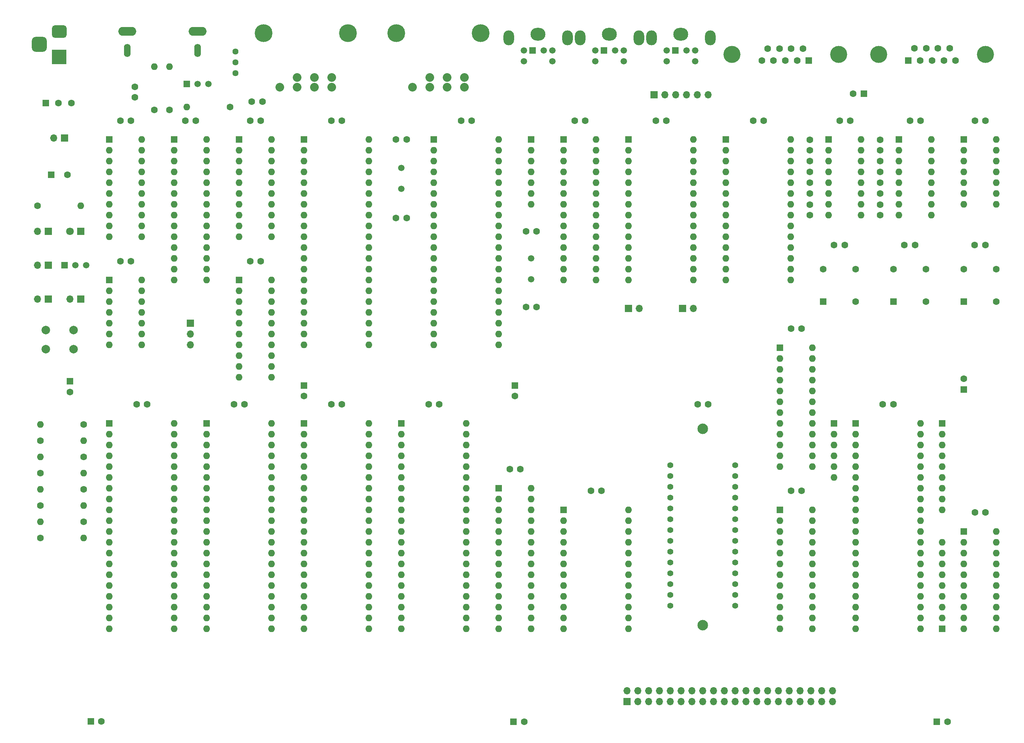
<source format=gbr>
%TF.GenerationSoftware,KiCad,Pcbnew,(5.1.12)-1*%
%TF.CreationDate,2023-08-15T20:50:01-04:00*%
%TF.ProjectId,Revision 4,52657669-7369-46f6-9e20-342e6b696361,3*%
%TF.SameCoordinates,Original*%
%TF.FileFunction,Soldermask,Bot*%
%TF.FilePolarity,Negative*%
%FSLAX46Y46*%
G04 Gerber Fmt 4.6, Leading zero omitted, Abs format (unit mm)*
G04 Created by KiCad (PCBNEW (5.1.12)-1) date 2023-08-15 20:50:01*
%MOMM*%
%LPD*%
G01*
G04 APERTURE LIST*
%ADD10R,1.600000X1.600000*%
%ADD11O,1.600000X1.600000*%
%ADD12C,1.600000*%
%ADD13O,1.550000X3.100000*%
%ADD14O,4.200000X2.100000*%
%ADD15C,1.403000*%
%ADD16C,2.475000*%
%ADD17R,1.700000X1.700000*%
%ADD18O,1.700000X1.700000*%
%ADD19O,2.500000X3.500000*%
%ADD20O,3.500000X3.000000*%
%ADD21C,1.509000*%
%ADD22R,1.509000X1.509000*%
%ADD23C,4.000000*%
%ADD24C,1.500000*%
%ADD25R,1.500000X1.500000*%
%ADD26C,2.000000*%
%ADD27C,2.032000*%
%ADD28C,4.191000*%
%ADD29C,1.440000*%
%ADD30R,1.800000X1.800000*%
%ADD31C,1.800000*%
%ADD32R,3.500000X3.500000*%
G04 APERTURE END LIST*
D10*
%TO.C,U6*%
X200342000Y-136525000D03*
D11*
X207962000Y-164465000D03*
X200342000Y-139065000D03*
X207962000Y-161925000D03*
X200342000Y-141605000D03*
X207962000Y-159385000D03*
X200342000Y-144145000D03*
X207962000Y-156845000D03*
X200342000Y-146685000D03*
X207962000Y-154305000D03*
X200342000Y-149225000D03*
X207962000Y-151765000D03*
X200342000Y-151765000D03*
X207962000Y-149225000D03*
X200342000Y-154305000D03*
X207962000Y-146685000D03*
X200342000Y-156845000D03*
X207962000Y-144145000D03*
X200342000Y-159385000D03*
X207962000Y-141605000D03*
X200342000Y-161925000D03*
X207962000Y-139065000D03*
X200342000Y-164465000D03*
X207962000Y-136525000D03*
%TD*%
D12*
%TO.C,C7*%
X205422000Y-93980000D03*
X202922000Y-93980000D03*
%TD*%
D10*
%TO.C,U14*%
X164782000Y-49530000D03*
D11*
X180022000Y-82550000D03*
X164782000Y-52070000D03*
X180022000Y-80010000D03*
X164782000Y-54610000D03*
X180022000Y-77470000D03*
X164782000Y-57150000D03*
X180022000Y-74930000D03*
X164782000Y-59690000D03*
X180022000Y-72390000D03*
X164782000Y-62230000D03*
X180022000Y-69850000D03*
X164782000Y-64770000D03*
X180022000Y-67310000D03*
X164782000Y-67310000D03*
X180022000Y-64770000D03*
X164782000Y-69850000D03*
X180022000Y-62230000D03*
X164782000Y-72390000D03*
X180022000Y-59690000D03*
X164782000Y-74930000D03*
X180022000Y-57150000D03*
X164782000Y-77470000D03*
X180022000Y-54610000D03*
X164782000Y-80010000D03*
X180022000Y-52070000D03*
X164782000Y-82550000D03*
X180022000Y-49530000D03*
%TD*%
D12*
%TO.C,C19*%
X248562000Y-74295000D03*
X246062000Y-74295000D03*
%TD*%
D10*
%TO.C,X2*%
X243522000Y-87630000D03*
D12*
X243522000Y-80010000D03*
X251142000Y-80010000D03*
X251142000Y-87630000D03*
%TD*%
%TO.C,C18*%
X229552000Y-74295000D03*
X232052000Y-74295000D03*
%TD*%
D10*
%TO.C,X1*%
X227012000Y-87630000D03*
D12*
X227012000Y-80010000D03*
X234632000Y-80010000D03*
X234632000Y-87630000D03*
%TD*%
D10*
%TO.C,U7*%
X200342000Y-98425000D03*
D11*
X207962000Y-126365000D03*
X200342000Y-100965000D03*
X207962000Y-123825000D03*
X200342000Y-103505000D03*
X207962000Y-121285000D03*
X200342000Y-106045000D03*
X207962000Y-118745000D03*
X200342000Y-108585000D03*
X207962000Y-116205000D03*
X200342000Y-111125000D03*
X207962000Y-113665000D03*
X200342000Y-113665000D03*
X207962000Y-111125000D03*
X200342000Y-116205000D03*
X207962000Y-108585000D03*
X200342000Y-118745000D03*
X207962000Y-106045000D03*
X200342000Y-121285000D03*
X207962000Y-103505000D03*
X200342000Y-123825000D03*
X207962000Y-100965000D03*
X200342000Y-126365000D03*
X207962000Y-98425000D03*
%TD*%
D12*
%TO.C,C37*%
X112672000Y-67945000D03*
X110172000Y-67945000D03*
%TD*%
D13*
%TO.C,J19*%
X63627000Y-28591400D03*
D14*
X63627000Y-24091400D03*
%TD*%
D12*
%TO.C,C26*%
X223838000Y-59690000D03*
X223838000Y-62190000D03*
%TD*%
D10*
%TO.C,U1*%
X218122000Y-116205000D03*
D11*
X233362000Y-164465000D03*
X218122000Y-118745000D03*
X233362000Y-161925000D03*
X218122000Y-121285000D03*
X233362000Y-159385000D03*
X218122000Y-123825000D03*
X233362000Y-156845000D03*
X218122000Y-126365000D03*
X233362000Y-154305000D03*
X218122000Y-128905000D03*
X233362000Y-151765000D03*
X218122000Y-131445000D03*
X233362000Y-149225000D03*
X218122000Y-133985000D03*
X233362000Y-146685000D03*
X218122000Y-136525000D03*
X233362000Y-144145000D03*
X218122000Y-139065000D03*
X233362000Y-141605000D03*
X218122000Y-141605000D03*
X233362000Y-139065000D03*
X218122000Y-144145000D03*
X233362000Y-136525000D03*
X218122000Y-146685000D03*
X233362000Y-133985000D03*
X218122000Y-149225000D03*
X233362000Y-131445000D03*
X218122000Y-151765000D03*
X233362000Y-128905000D03*
X218122000Y-154305000D03*
X233362000Y-126365000D03*
X218122000Y-156845000D03*
X233362000Y-123825000D03*
X218122000Y-159385000D03*
X233362000Y-121285000D03*
X218122000Y-161925000D03*
X233362000Y-118745000D03*
X218122000Y-164465000D03*
X233362000Y-116205000D03*
%TD*%
%TO.C,U9*%
X134302000Y-49530000D03*
X119062000Y-97790000D03*
X134302000Y-52070000D03*
X119062000Y-95250000D03*
X134302000Y-54610000D03*
X119062000Y-92710000D03*
X134302000Y-57150000D03*
X119062000Y-90170000D03*
X134302000Y-59690000D03*
X119062000Y-87630000D03*
X134302000Y-62230000D03*
X119062000Y-85090000D03*
X134302000Y-64770000D03*
X119062000Y-82550000D03*
X134302000Y-67310000D03*
X119062000Y-80010000D03*
X134302000Y-69850000D03*
X119062000Y-77470000D03*
X134302000Y-72390000D03*
X119062000Y-74930000D03*
X134302000Y-74930000D03*
X119062000Y-72390000D03*
X134302000Y-77470000D03*
X119062000Y-69850000D03*
X134302000Y-80010000D03*
X119062000Y-67310000D03*
X134302000Y-82550000D03*
X119062000Y-64770000D03*
X134302000Y-85090000D03*
X119062000Y-62230000D03*
X134302000Y-87630000D03*
X119062000Y-59690000D03*
X134302000Y-90170000D03*
X119062000Y-57150000D03*
X134302000Y-92710000D03*
X119062000Y-54610000D03*
X134302000Y-95250000D03*
X119062000Y-52070000D03*
X134302000Y-97790000D03*
D10*
X119062000Y-49530000D03*
%TD*%
D15*
%TO.C,U4*%
X174625000Y-126048000D03*
X174625000Y-128588000D03*
X174625000Y-131128000D03*
X174625000Y-133668000D03*
X174625000Y-136208000D03*
X174625000Y-138748000D03*
X174625000Y-141288000D03*
X174625000Y-143828000D03*
X174625000Y-146368000D03*
X174625000Y-148908000D03*
X174625000Y-151448000D03*
X174625000Y-153988000D03*
X174625000Y-156528000D03*
X174625000Y-159068000D03*
X189865000Y-159068000D03*
X189865000Y-156528000D03*
X189865000Y-153988000D03*
X189865000Y-151448000D03*
X189865000Y-148908000D03*
X189865000Y-146368000D03*
X189865000Y-143828000D03*
X189865000Y-141288000D03*
X189865000Y-138748000D03*
X189865000Y-136208000D03*
X189865000Y-133668000D03*
X189865000Y-131128000D03*
X189865000Y-128588000D03*
X189865000Y-126048000D03*
D16*
X182245000Y-117538000D03*
X182245000Y-163638000D03*
%TD*%
D17*
%TO.C,J6*%
X164465000Y-181610000D03*
D18*
X164465000Y-179070000D03*
X167005000Y-181610000D03*
X167005000Y-179070000D03*
X169545000Y-181610000D03*
X169545000Y-179070000D03*
X172085000Y-181610000D03*
X172085000Y-179070000D03*
X174625000Y-181610000D03*
X174625000Y-179070000D03*
X177165000Y-181610000D03*
X177165000Y-179070000D03*
X179705000Y-181610000D03*
X179705000Y-179070000D03*
X182245000Y-181610000D03*
X182245000Y-179070000D03*
X184785000Y-181610000D03*
X184785000Y-179070000D03*
X187325000Y-181610000D03*
X187325000Y-179070000D03*
X189865000Y-181610000D03*
X189865000Y-179070000D03*
X192405000Y-181610000D03*
X192405000Y-179070000D03*
X194945000Y-181610000D03*
X194945000Y-179070000D03*
X197485000Y-181610000D03*
X197485000Y-179070000D03*
X200025000Y-181610000D03*
X200025000Y-179070000D03*
X202565000Y-181610000D03*
X202565000Y-179070000D03*
X205105000Y-181610000D03*
X205105000Y-179070000D03*
X207645000Y-181610000D03*
X207645000Y-179070000D03*
X210185000Y-181610000D03*
X210185000Y-179070000D03*
X212725000Y-181610000D03*
X212725000Y-179070000D03*
%TD*%
D19*
%TO.C,J2*%
X136652000Y-25641300D03*
X150418800Y-25641300D03*
D20*
X143540000Y-24828500D03*
D21*
X146890000Y-31128500D03*
X140190000Y-31128500D03*
X146890000Y-28638500D03*
X140190000Y-28638500D03*
X144840000Y-28638500D03*
D22*
X142240000Y-28638500D03*
%TD*%
D12*
%TO.C,C17*%
X248602000Y-45085000D03*
X246102000Y-45085000D03*
%TD*%
%TO.C,C1*%
X224472000Y-111760000D03*
X226972000Y-111760000D03*
%TD*%
%TO.C,C6*%
X202922000Y-132080000D03*
X205422000Y-132080000D03*
%TD*%
D10*
%TO.C,C12*%
X33655000Y-106362000D03*
D12*
X33655000Y-108862000D03*
%TD*%
D10*
%TO.C,C13*%
X88582500Y-107315000D03*
D12*
X88582500Y-109815000D03*
%TD*%
%TO.C,C14*%
X243522000Y-105768000D03*
D10*
X243522000Y-108268000D03*
%TD*%
D12*
%TO.C,C15*%
X138112000Y-109815000D03*
D10*
X138112000Y-107315000D03*
%TD*%
%TO.C,J12*%
X230505000Y-30962600D03*
D12*
X233275000Y-30962600D03*
X236045000Y-30962600D03*
X238815000Y-30962600D03*
X241585000Y-30962600D03*
X231890000Y-28122600D03*
X234660000Y-28122600D03*
X237430000Y-28122600D03*
X240200000Y-28122600D03*
D23*
X248545000Y-29542600D03*
X223545000Y-29542600D03*
%TD*%
D12*
%TO.C,R1*%
X26035000Y-65087500D03*
D11*
X36195000Y-65087500D03*
%TD*%
D10*
%TO.C,RN2*%
X213042000Y-116205000D03*
D11*
X213042000Y-118745000D03*
X213042000Y-121285000D03*
X213042000Y-123825000D03*
X213042000Y-126365000D03*
X213042000Y-128905000D03*
%TD*%
D10*
%TO.C,RN3*%
X238442000Y-164465000D03*
D11*
X238442000Y-161925000D03*
X238442000Y-159385000D03*
X238442000Y-156845000D03*
X238442000Y-154305000D03*
X238442000Y-151765000D03*
X238442000Y-149225000D03*
X238442000Y-146685000D03*
X238442000Y-144145000D03*
%TD*%
D24*
%TO.C,RS1*%
X34925000Y-79057500D03*
X37465000Y-79057500D03*
D25*
X32385000Y-79057500D03*
%TD*%
D26*
%TO.C,SW2*%
X27940000Y-98797500D03*
X27940000Y-94297500D03*
X34440000Y-98797500D03*
X34440000Y-94297500D03*
%TD*%
D10*
%TO.C,U3*%
X134302000Y-131445000D03*
D11*
X141922000Y-164465000D03*
X134302000Y-133985000D03*
X141922000Y-161925000D03*
X134302000Y-136525000D03*
X141922000Y-159385000D03*
X134302000Y-139065000D03*
X141922000Y-156845000D03*
X134302000Y-141605000D03*
X141922000Y-154305000D03*
X134302000Y-144145000D03*
X141922000Y-151765000D03*
X134302000Y-146685000D03*
X141922000Y-149225000D03*
X134302000Y-149225000D03*
X141922000Y-146685000D03*
X134302000Y-151765000D03*
X141922000Y-144145000D03*
X134302000Y-154305000D03*
X141922000Y-141605000D03*
X134302000Y-156845000D03*
X141922000Y-139065000D03*
X134302000Y-159385000D03*
X141922000Y-136525000D03*
X134302000Y-161925000D03*
X141922000Y-133985000D03*
X134302000Y-164465000D03*
X141922000Y-131445000D03*
%TD*%
%TO.C,U5*%
X251142000Y-141605000D03*
X243522000Y-164465000D03*
X251142000Y-144145000D03*
X243522000Y-161925000D03*
X251142000Y-146685000D03*
X243522000Y-159385000D03*
X251142000Y-149225000D03*
X243522000Y-156845000D03*
X251142000Y-151765000D03*
X243522000Y-154305000D03*
X251142000Y-154305000D03*
X243522000Y-151765000D03*
X251142000Y-156845000D03*
X243522000Y-149225000D03*
X251142000Y-159385000D03*
X243522000Y-146685000D03*
X251142000Y-161925000D03*
X243522000Y-144145000D03*
X251142000Y-164465000D03*
D10*
X243522000Y-141605000D03*
%TD*%
D11*
%TO.C,U8*%
X157162000Y-49530000D03*
X149542000Y-82550000D03*
X157162000Y-52070000D03*
X149542000Y-80010000D03*
X157162000Y-54610000D03*
X149542000Y-77470000D03*
X157162000Y-57150000D03*
X149542000Y-74930000D03*
X157162000Y-59690000D03*
X149542000Y-72390000D03*
X157162000Y-62230000D03*
X149542000Y-69850000D03*
X157162000Y-64770000D03*
X149542000Y-67310000D03*
X157162000Y-67310000D03*
X149542000Y-64770000D03*
X157162000Y-69850000D03*
X149542000Y-62230000D03*
X157162000Y-72390000D03*
X149542000Y-59690000D03*
X157162000Y-74930000D03*
X149542000Y-57150000D03*
X157162000Y-77470000D03*
X149542000Y-54610000D03*
X157162000Y-80010000D03*
X149542000Y-52070000D03*
X157162000Y-82550000D03*
D10*
X149542000Y-49530000D03*
%TD*%
D27*
%TO.C,J3*%
X126260500Y-34943600D03*
X122200500Y-34943600D03*
X118140500Y-34943600D03*
X126260500Y-37253600D03*
X122200500Y-37253600D03*
X118140500Y-37253600D03*
X114080500Y-37253600D03*
D28*
X130070500Y-24533600D03*
X110270500Y-24533600D03*
%TD*%
D10*
%TO.C,U11*%
X243522000Y-49530000D03*
D11*
X251142000Y-64770000D03*
X243522000Y-52070000D03*
X251142000Y-62230000D03*
X243522000Y-54610000D03*
X251142000Y-59690000D03*
X243522000Y-57150000D03*
X251142000Y-57150000D03*
X243522000Y-59690000D03*
X251142000Y-54610000D03*
X243522000Y-62230000D03*
X251142000Y-52070000D03*
X243522000Y-64770000D03*
X251142000Y-49530000D03*
%TD*%
D12*
%TO.C,C2*%
X136882000Y-127000000D03*
X139382000Y-127000000D03*
%TD*%
%TO.C,C3*%
X158432000Y-132080000D03*
X155932000Y-132080000D03*
%TD*%
%TO.C,C4*%
X183515000Y-111760000D03*
X181015000Y-111760000D03*
%TD*%
D10*
%TO.C,U2*%
X149542000Y-136525000D03*
D11*
X164782000Y-164465000D03*
X149542000Y-139065000D03*
X164782000Y-161925000D03*
X149542000Y-141605000D03*
X164782000Y-159385000D03*
X149542000Y-144145000D03*
X164782000Y-156845000D03*
X149542000Y-146685000D03*
X164782000Y-154305000D03*
X149542000Y-149225000D03*
X164782000Y-151765000D03*
X149542000Y-151765000D03*
X164782000Y-149225000D03*
X149542000Y-154305000D03*
X164782000Y-146685000D03*
X149542000Y-156845000D03*
X164782000Y-144145000D03*
X149542000Y-159385000D03*
X164782000Y-141605000D03*
X149542000Y-161925000D03*
X164782000Y-139065000D03*
X149542000Y-164465000D03*
X164782000Y-136525000D03*
%TD*%
D10*
%TO.C,C16*%
X29210000Y-57785000D03*
D12*
X33010000Y-57785000D03*
%TD*%
%TO.C,C20*%
X217528000Y-38735000D03*
D10*
X220028000Y-38735000D03*
%TD*%
%TO.C,C21*%
X38506400Y-186207000D03*
D12*
X41006400Y-186207000D03*
%TD*%
%TO.C,C22*%
X140295000Y-186372000D03*
D10*
X137795000Y-186372000D03*
%TD*%
D12*
%TO.C,C39*%
X47942500Y-45085000D03*
X45442500Y-45085000D03*
%TD*%
%TO.C,C42*%
X97472500Y-45085000D03*
X94972500Y-45085000D03*
%TD*%
%TO.C,C44*%
X75922500Y-78105000D03*
X78422500Y-78105000D03*
%TD*%
D17*
%TO.C,J18*%
X61912500Y-92710000D03*
D18*
X61912500Y-95250000D03*
X61912500Y-97790000D03*
%TD*%
D10*
%TO.C,U16*%
X88582500Y-49530000D03*
D11*
X103822500Y-97790000D03*
X88582500Y-52070000D03*
X103822500Y-95250000D03*
X88582500Y-54610000D03*
X103822500Y-92710000D03*
X88582500Y-57150000D03*
X103822500Y-90170000D03*
X88582500Y-59690000D03*
X103822500Y-87630000D03*
X88582500Y-62230000D03*
X103822500Y-85090000D03*
X88582500Y-64770000D03*
X103822500Y-82550000D03*
X88582500Y-67310000D03*
X103822500Y-80010000D03*
X88582500Y-69850000D03*
X103822500Y-77470000D03*
X88582500Y-72390000D03*
X103822500Y-74930000D03*
X88582500Y-74930000D03*
X103822500Y-72390000D03*
X88582500Y-77470000D03*
X103822500Y-69850000D03*
X88582500Y-80010000D03*
X103822500Y-67310000D03*
X88582500Y-82550000D03*
X103822500Y-64770000D03*
X88582500Y-85090000D03*
X103822500Y-62230000D03*
X88582500Y-87630000D03*
X103822500Y-59690000D03*
X88582500Y-90170000D03*
X103822500Y-57150000D03*
X88582500Y-92710000D03*
X103822500Y-54610000D03*
X88582500Y-95250000D03*
X103822500Y-52070000D03*
X88582500Y-97790000D03*
X103822500Y-49530000D03*
%TD*%
D24*
%TO.C,Y2*%
X111442000Y-56197500D03*
X111442000Y-61097500D03*
%TD*%
D12*
%TO.C,C40*%
X60682500Y-45085000D03*
X63182500Y-45085000D03*
%TD*%
%TO.C,C41*%
X78422500Y-45085000D03*
X75922500Y-45085000D03*
%TD*%
%TO.C,C46*%
X48895000Y-37147500D03*
X48895000Y-39647500D03*
%TD*%
%TO.C,C47*%
X51752500Y-111760000D03*
X49252500Y-111760000D03*
%TD*%
D17*
%TO.C,J7*%
X32385000Y-49212500D03*
D18*
X29845000Y-49212500D03*
%TD*%
%TO.C,J8*%
X26035000Y-71120000D03*
D17*
X28575000Y-71120000D03*
%TD*%
D14*
%TO.C,J20*%
X47117000Y-24091400D03*
D13*
X47117000Y-28591400D03*
%TD*%
D10*
%TO.C,RN4*%
X141922000Y-49530000D03*
D11*
X141922000Y-52070000D03*
X141922000Y-54610000D03*
X141922000Y-57150000D03*
X141922000Y-59690000D03*
X141922000Y-62230000D03*
X141922000Y-64770000D03*
%TD*%
%TO.C,U22*%
X80962500Y-116205000D03*
X65722500Y-164465000D03*
X80962500Y-118745000D03*
X65722500Y-161925000D03*
X80962500Y-121285000D03*
X65722500Y-159385000D03*
X80962500Y-123825000D03*
X65722500Y-156845000D03*
X80962500Y-126365000D03*
X65722500Y-154305000D03*
X80962500Y-128905000D03*
X65722500Y-151765000D03*
X80962500Y-131445000D03*
X65722500Y-149225000D03*
X80962500Y-133985000D03*
X65722500Y-146685000D03*
X80962500Y-136525000D03*
X65722500Y-144145000D03*
X80962500Y-139065000D03*
X65722500Y-141605000D03*
X80962500Y-141605000D03*
X65722500Y-139065000D03*
X80962500Y-144145000D03*
X65722500Y-136525000D03*
X80962500Y-146685000D03*
X65722500Y-133985000D03*
X80962500Y-149225000D03*
X65722500Y-131445000D03*
X80962500Y-151765000D03*
X65722500Y-128905000D03*
X80962500Y-154305000D03*
X65722500Y-126365000D03*
X80962500Y-156845000D03*
X65722500Y-123825000D03*
X80962500Y-159385000D03*
X65722500Y-121285000D03*
X80962500Y-161925000D03*
X65722500Y-118745000D03*
X80962500Y-164465000D03*
D10*
X65722500Y-116205000D03*
%TD*%
D12*
%TO.C,C38*%
X110172000Y-49530000D03*
X112672000Y-49530000D03*
%TD*%
%TO.C,C43*%
X47942500Y-78105000D03*
X45442500Y-78105000D03*
%TD*%
%TO.C,C45*%
X76327000Y-40640000D03*
X78827000Y-40640000D03*
%TD*%
%TO.C,FB1*%
X71247000Y-41910000D03*
D11*
X61087000Y-41910000D03*
%TD*%
D24*
%TO.C,Q1*%
X63627000Y-36512500D03*
X66167000Y-36512500D03*
D25*
X61087000Y-36512500D03*
%TD*%
D12*
%TO.C,R2*%
X56959500Y-42545000D03*
D11*
X56959500Y-32385000D03*
%TD*%
%TO.C,R3*%
X53467000Y-32385000D03*
D12*
X53467000Y-42545000D03*
%TD*%
D11*
%TO.C,U17*%
X50482500Y-49530000D03*
X42862500Y-72390000D03*
X50482500Y-52070000D03*
X42862500Y-69850000D03*
X50482500Y-54610000D03*
X42862500Y-67310000D03*
X50482500Y-57150000D03*
X42862500Y-64770000D03*
X50482500Y-59690000D03*
X42862500Y-62230000D03*
X50482500Y-62230000D03*
X42862500Y-59690000D03*
X50482500Y-64770000D03*
X42862500Y-57150000D03*
X50482500Y-67310000D03*
X42862500Y-54610000D03*
X50482500Y-69850000D03*
X42862500Y-52070000D03*
X50482500Y-72390000D03*
D10*
X42862500Y-49530000D03*
%TD*%
%TO.C,U18*%
X58102500Y-49530000D03*
D11*
X65722500Y-82550000D03*
X58102500Y-52070000D03*
X65722500Y-80010000D03*
X58102500Y-54610000D03*
X65722500Y-77470000D03*
X58102500Y-57150000D03*
X65722500Y-74930000D03*
X58102500Y-59690000D03*
X65722500Y-72390000D03*
X58102500Y-62230000D03*
X65722500Y-69850000D03*
X58102500Y-64770000D03*
X65722500Y-67310000D03*
X58102500Y-67310000D03*
X65722500Y-64770000D03*
X58102500Y-69850000D03*
X65722500Y-62230000D03*
X58102500Y-72390000D03*
X65722500Y-59690000D03*
X58102500Y-74930000D03*
X65722500Y-57150000D03*
X58102500Y-77470000D03*
X65722500Y-54610000D03*
X58102500Y-80010000D03*
X65722500Y-52070000D03*
X58102500Y-82550000D03*
X65722500Y-49530000D03*
%TD*%
D10*
%TO.C,U19*%
X73342500Y-82550000D03*
D11*
X80962500Y-105410000D03*
X73342500Y-85090000D03*
X80962500Y-102870000D03*
X73342500Y-87630000D03*
X80962500Y-100330000D03*
X73342500Y-90170000D03*
X80962500Y-97790000D03*
X73342500Y-92710000D03*
X80962500Y-95250000D03*
X73342500Y-95250000D03*
X80962500Y-92710000D03*
X73342500Y-97790000D03*
X80962500Y-90170000D03*
X73342500Y-100330000D03*
X80962500Y-87630000D03*
X73342500Y-102870000D03*
X80962500Y-85090000D03*
X73342500Y-105410000D03*
X80962500Y-82550000D03*
%TD*%
D10*
%TO.C,U20*%
X73342500Y-49530000D03*
D11*
X80962500Y-72390000D03*
X73342500Y-52070000D03*
X80962500Y-69850000D03*
X73342500Y-54610000D03*
X80962500Y-67310000D03*
X73342500Y-57150000D03*
X80962500Y-64770000D03*
X73342500Y-59690000D03*
X80962500Y-62230000D03*
X73342500Y-62230000D03*
X80962500Y-59690000D03*
X73342500Y-64770000D03*
X80962500Y-57150000D03*
X73342500Y-67310000D03*
X80962500Y-54610000D03*
X73342500Y-69850000D03*
X80962500Y-52070000D03*
X73342500Y-72390000D03*
X80962500Y-49530000D03*
%TD*%
%TO.C,R4*%
X26670000Y-116522000D03*
D12*
X36830000Y-116522000D03*
%TD*%
%TO.C,R7*%
X26670000Y-120332000D03*
D11*
X36830000Y-120332000D03*
%TD*%
D10*
%TO.C,U21*%
X42862500Y-116205000D03*
D11*
X58102500Y-164465000D03*
X42862500Y-118745000D03*
X58102500Y-161925000D03*
X42862500Y-121285000D03*
X58102500Y-159385000D03*
X42862500Y-123825000D03*
X58102500Y-156845000D03*
X42862500Y-126365000D03*
X58102500Y-154305000D03*
X42862500Y-128905000D03*
X58102500Y-151765000D03*
X42862500Y-131445000D03*
X58102500Y-149225000D03*
X42862500Y-133985000D03*
X58102500Y-146685000D03*
X42862500Y-136525000D03*
X58102500Y-144145000D03*
X42862500Y-139065000D03*
X58102500Y-141605000D03*
X42862500Y-141605000D03*
X58102500Y-139065000D03*
X42862500Y-144145000D03*
X58102500Y-136525000D03*
X42862500Y-146685000D03*
X58102500Y-133985000D03*
X42862500Y-149225000D03*
X58102500Y-131445000D03*
X42862500Y-151765000D03*
X58102500Y-128905000D03*
X42862500Y-154305000D03*
X58102500Y-126365000D03*
X42862500Y-156845000D03*
X58102500Y-123825000D03*
X42862500Y-159385000D03*
X58102500Y-121285000D03*
X42862500Y-161925000D03*
X58102500Y-118745000D03*
X42862500Y-164465000D03*
X58102500Y-116205000D03*
%TD*%
D29*
%TO.C,RV1*%
X72517000Y-28892500D03*
X72517000Y-31432500D03*
X72517000Y-33972500D03*
%TD*%
D12*
%TO.C,C48*%
X74612500Y-111760000D03*
X72112500Y-111760000D03*
%TD*%
D17*
%TO.C,J9*%
X28575000Y-79057500D03*
D18*
X26035000Y-79057500D03*
%TD*%
D12*
%TO.C,C5*%
X248602000Y-137160000D03*
X246102000Y-137160000D03*
%TD*%
D10*
%TO.C,C23*%
X237172000Y-186372000D03*
D12*
X239672000Y-186372000D03*
%TD*%
D30*
%TO.C,D1*%
X36195000Y-71120000D03*
D31*
X33655000Y-71120000D03*
%TD*%
D32*
%TO.C,J11*%
X31115000Y-30162500D03*
G36*
G01*
X30115000Y-22662500D02*
X32115000Y-22662500D01*
G75*
G02*
X32865000Y-23412500I0J-750000D01*
G01*
X32865000Y-24912500D01*
G75*
G02*
X32115000Y-25662500I-750000J0D01*
G01*
X30115000Y-25662500D01*
G75*
G02*
X29365000Y-24912500I0J750000D01*
G01*
X29365000Y-23412500D01*
G75*
G02*
X30115000Y-22662500I750000J0D01*
G01*
G37*
G36*
G01*
X25540000Y-25412500D02*
X27290000Y-25412500D01*
G75*
G02*
X28165000Y-26287500I0J-875000D01*
G01*
X28165000Y-28037500D01*
G75*
G02*
X27290000Y-28912500I-875000J0D01*
G01*
X25540000Y-28912500D01*
G75*
G02*
X24665000Y-28037500I0J875000D01*
G01*
X24665000Y-26287500D01*
G75*
G02*
X25540000Y-25412500I875000J0D01*
G01*
G37*
%TD*%
D12*
%TO.C,C8*%
X143192000Y-71120000D03*
X140692000Y-71120000D03*
%TD*%
%TO.C,C9*%
X140692000Y-88900000D03*
X143192000Y-88900000D03*
%TD*%
%TO.C,C11*%
X154622000Y-45085000D03*
X152122000Y-45085000D03*
%TD*%
D22*
%TO.C,J1*%
X159004000Y-28638500D03*
D21*
X161604000Y-28638500D03*
X156954000Y-28638500D03*
X163654000Y-28638500D03*
X156954000Y-31128500D03*
X163654000Y-31128500D03*
D20*
X160304000Y-24828500D03*
D19*
X167182800Y-25641300D03*
X153416000Y-25641300D03*
%TD*%
D28*
%TO.C,J4*%
X79092000Y-24508200D03*
X98892000Y-24508200D03*
D27*
X82902000Y-37228200D03*
X86962000Y-37228200D03*
X91022000Y-37228200D03*
X95082000Y-37228200D03*
X86962000Y-34918200D03*
X91022000Y-34918200D03*
X95082000Y-34918200D03*
%TD*%
D24*
%TO.C,Y1*%
X141922000Y-77470000D03*
X141922000Y-82370000D03*
%TD*%
D12*
%TO.C,C10*%
X127952000Y-45085000D03*
X125452000Y-45085000D03*
%TD*%
%TO.C,C24*%
X223838000Y-49570000D03*
X223838000Y-52070000D03*
%TD*%
%TO.C,C25*%
X223838000Y-57110000D03*
X223838000Y-54610000D03*
%TD*%
%TO.C,C28*%
X207328000Y-49570000D03*
X207328000Y-52070000D03*
%TD*%
%TO.C,C29*%
X207328000Y-54610000D03*
X207328000Y-57110000D03*
%TD*%
%TO.C,C30*%
X207328000Y-59690000D03*
X207328000Y-62190000D03*
%TD*%
%TO.C,C31*%
X207328000Y-67310000D03*
X207328000Y-64810000D03*
%TD*%
%TO.C,C32*%
X171172000Y-45085000D03*
X173672000Y-45085000D03*
%TD*%
%TO.C,C33*%
X196532000Y-45085000D03*
X194032000Y-45085000D03*
%TD*%
%TO.C,C34*%
X216852000Y-45085000D03*
X214352000Y-45085000D03*
%TD*%
%TO.C,C35*%
X230862000Y-45085000D03*
X233362000Y-45085000D03*
%TD*%
%TO.C,C36*%
X213042000Y-74295000D03*
X215542000Y-74295000D03*
%TD*%
%TO.C,C49*%
X97472500Y-111760000D03*
X94972500Y-111760000D03*
%TD*%
%TO.C,C50*%
X117832000Y-111760000D03*
X120332000Y-111760000D03*
%TD*%
D18*
%TO.C,J5*%
X33655000Y-86995000D03*
D17*
X36195000Y-86995000D03*
%TD*%
%TO.C,J10*%
X28575000Y-86995000D03*
D18*
X26035000Y-86995000D03*
%TD*%
D12*
%TO.C,R5*%
X36830000Y-124142000D03*
D11*
X26670000Y-124142000D03*
%TD*%
%TO.C,R6*%
X26670000Y-131762000D03*
D12*
X36830000Y-131762000D03*
%TD*%
D11*
%TO.C,R8*%
X36830000Y-127952000D03*
D12*
X26670000Y-127952000D03*
%TD*%
%TO.C,R9*%
X26670000Y-135572000D03*
D11*
X36830000Y-135572000D03*
%TD*%
%TO.C,R10*%
X26670000Y-139382000D03*
D12*
X36830000Y-139382000D03*
%TD*%
%TO.C,R11*%
X26670000Y-143192000D03*
D11*
X36830000Y-143192000D03*
%TD*%
D10*
%TO.C,U10*%
X42862500Y-82550000D03*
D11*
X50482500Y-97790000D03*
X42862500Y-85090000D03*
X50482500Y-95250000D03*
X42862500Y-87630000D03*
X50482500Y-92710000D03*
X42862500Y-90170000D03*
X50482500Y-90170000D03*
X42862500Y-92710000D03*
X50482500Y-87630000D03*
X42862500Y-95250000D03*
X50482500Y-85090000D03*
X42862500Y-97790000D03*
X50482500Y-82550000D03*
%TD*%
%TO.C,U12*%
X202882000Y-49530000D03*
X187642000Y-82550000D03*
X202882000Y-52070000D03*
X187642000Y-80010000D03*
X202882000Y-54610000D03*
X187642000Y-77470000D03*
X202882000Y-57150000D03*
X187642000Y-74930000D03*
X202882000Y-59690000D03*
X187642000Y-72390000D03*
X202882000Y-62230000D03*
X187642000Y-69850000D03*
X202882000Y-64770000D03*
X187642000Y-67310000D03*
X202882000Y-67310000D03*
X187642000Y-64770000D03*
X202882000Y-69850000D03*
X187642000Y-62230000D03*
X202882000Y-72390000D03*
X187642000Y-59690000D03*
X202882000Y-74930000D03*
X187642000Y-57150000D03*
X202882000Y-77470000D03*
X187642000Y-54610000D03*
X202882000Y-80010000D03*
X187642000Y-52070000D03*
X202882000Y-82550000D03*
D10*
X187642000Y-49530000D03*
%TD*%
%TO.C,U13*%
X228282000Y-49530000D03*
D11*
X235902000Y-67310000D03*
X228282000Y-52070000D03*
X235902000Y-64770000D03*
X228282000Y-54610000D03*
X235902000Y-62230000D03*
X228282000Y-57150000D03*
X235902000Y-59690000D03*
X228282000Y-59690000D03*
X235902000Y-57150000D03*
X228282000Y-62230000D03*
X235902000Y-54610000D03*
X228282000Y-64770000D03*
X235902000Y-52070000D03*
X228282000Y-67310000D03*
X235902000Y-49530000D03*
%TD*%
%TO.C,U15*%
X219392000Y-49530000D03*
X211772000Y-67310000D03*
X219392000Y-52070000D03*
X211772000Y-64770000D03*
X219392000Y-54610000D03*
X211772000Y-62230000D03*
X219392000Y-57150000D03*
X211772000Y-59690000D03*
X219392000Y-59690000D03*
X211772000Y-57150000D03*
X219392000Y-62230000D03*
X211772000Y-54610000D03*
X219392000Y-64770000D03*
X211772000Y-52070000D03*
X219392000Y-67310000D03*
D10*
X211772000Y-49530000D03*
%TD*%
%TO.C,U23*%
X88582500Y-116205000D03*
D11*
X103822500Y-164465000D03*
X88582500Y-118745000D03*
X103822500Y-161925000D03*
X88582500Y-121285000D03*
X103822500Y-159385000D03*
X88582500Y-123825000D03*
X103822500Y-156845000D03*
X88582500Y-126365000D03*
X103822500Y-154305000D03*
X88582500Y-128905000D03*
X103822500Y-151765000D03*
X88582500Y-131445000D03*
X103822500Y-149225000D03*
X88582500Y-133985000D03*
X103822500Y-146685000D03*
X88582500Y-136525000D03*
X103822500Y-144145000D03*
X88582500Y-139065000D03*
X103822500Y-141605000D03*
X88582500Y-141605000D03*
X103822500Y-139065000D03*
X88582500Y-144145000D03*
X103822500Y-136525000D03*
X88582500Y-146685000D03*
X103822500Y-133985000D03*
X88582500Y-149225000D03*
X103822500Y-131445000D03*
X88582500Y-151765000D03*
X103822500Y-128905000D03*
X88582500Y-154305000D03*
X103822500Y-126365000D03*
X88582500Y-156845000D03*
X103822500Y-123825000D03*
X88582500Y-159385000D03*
X103822500Y-121285000D03*
X88582500Y-161925000D03*
X103822500Y-118745000D03*
X88582500Y-164465000D03*
X103822500Y-116205000D03*
%TD*%
%TO.C,U24*%
X126682000Y-116205000D03*
X111442000Y-164465000D03*
X126682000Y-118745000D03*
X111442000Y-161925000D03*
X126682000Y-121285000D03*
X111442000Y-159385000D03*
X126682000Y-123825000D03*
X111442000Y-156845000D03*
X126682000Y-126365000D03*
X111442000Y-154305000D03*
X126682000Y-128905000D03*
X111442000Y-151765000D03*
X126682000Y-131445000D03*
X111442000Y-149225000D03*
X126682000Y-133985000D03*
X111442000Y-146685000D03*
X126682000Y-136525000D03*
X111442000Y-144145000D03*
X126682000Y-139065000D03*
X111442000Y-141605000D03*
X126682000Y-141605000D03*
X111442000Y-139065000D03*
X126682000Y-144145000D03*
X111442000Y-136525000D03*
X126682000Y-146685000D03*
X111442000Y-133985000D03*
X126682000Y-149225000D03*
X111442000Y-131445000D03*
X126682000Y-151765000D03*
X111442000Y-128905000D03*
X126682000Y-154305000D03*
X111442000Y-126365000D03*
X126682000Y-156845000D03*
X111442000Y-123825000D03*
X126682000Y-159385000D03*
X111442000Y-121285000D03*
X126682000Y-161925000D03*
X111442000Y-118745000D03*
X126682000Y-164465000D03*
D10*
X111442000Y-116205000D03*
%TD*%
%TO.C,X3*%
X210502000Y-87630000D03*
D12*
X210502000Y-80010000D03*
X218122000Y-80010000D03*
X218122000Y-87630000D03*
%TD*%
D10*
%TO.C,SW1*%
X27940000Y-40957500D03*
D12*
X30940000Y-40957500D03*
X33940000Y-40957500D03*
%TD*%
D10*
%TO.C,RN1*%
X238442000Y-116205000D03*
D11*
X238442000Y-118745000D03*
X238442000Y-121285000D03*
X238442000Y-123825000D03*
X238442000Y-126365000D03*
X238442000Y-128905000D03*
X238442000Y-131445000D03*
X238442000Y-133985000D03*
X238442000Y-136525000D03*
%TD*%
D12*
%TO.C,C27*%
X223838000Y-67310000D03*
X223838000Y-64810000D03*
%TD*%
D17*
%TO.C,J13*%
X164782000Y-89217500D03*
D18*
X167322000Y-89217500D03*
%TD*%
%TO.C,J14*%
X180022000Y-89217500D03*
D17*
X177482000Y-89217500D03*
%TD*%
D22*
%TO.C,J15*%
X175768000Y-28638500D03*
D21*
X178368000Y-28638500D03*
X173718000Y-28638500D03*
X180418000Y-28638500D03*
X173718000Y-31128500D03*
X180418000Y-31128500D03*
D20*
X177068000Y-24828500D03*
D19*
X183946800Y-25641300D03*
X170180000Y-25641300D03*
%TD*%
D10*
%TO.C,J16*%
X207137000Y-30988000D03*
D12*
X204367000Y-30988000D03*
X201597000Y-30988000D03*
X198827000Y-30988000D03*
X196057000Y-30988000D03*
X205752000Y-28148000D03*
X202982000Y-28148000D03*
X200212000Y-28148000D03*
X197442000Y-28148000D03*
D23*
X214097000Y-29568000D03*
X189097000Y-29568000D03*
%TD*%
D17*
%TO.C,J17*%
X170815000Y-39052500D03*
D18*
X173355000Y-39052500D03*
X175895000Y-39052500D03*
X178435000Y-39052500D03*
X180975000Y-39052500D03*
X183515000Y-39052500D03*
%TD*%
M02*

</source>
